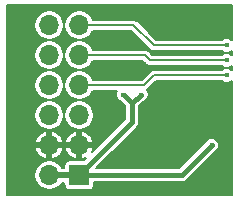
<source format=gbr>
G04 #@! TF.GenerationSoftware,KiCad,Pcbnew,5.1.9+dfsg1-1~bpo10+1*
G04 #@! TF.CreationDate,2022-11-27T17:15:41+01:00*
G04 #@! TF.ProjectId,FLASHTEMP,464c4153-4854-4454-9d50-2e6b69636164,rev?*
G04 #@! TF.SameCoordinates,Original*
G04 #@! TF.FileFunction,Copper,L2,Bot*
G04 #@! TF.FilePolarity,Positive*
%FSLAX46Y46*%
G04 Gerber Fmt 4.6, Leading zero omitted, Abs format (unit mm)*
G04 Created by KiCad (PCBNEW 5.1.9+dfsg1-1~bpo10+1) date 2022-11-27 17:15:41*
%MOMM*%
%LPD*%
G01*
G04 APERTURE LIST*
G04 #@! TA.AperFunction,ComponentPad*
%ADD10R,1.700000X1.700000*%
G04 #@! TD*
G04 #@! TA.AperFunction,ComponentPad*
%ADD11O,1.700000X1.700000*%
G04 #@! TD*
G04 #@! TA.AperFunction,ViaPad*
%ADD12C,0.450000*%
G04 #@! TD*
G04 #@! TA.AperFunction,Conductor*
%ADD13C,0.400000*%
G04 #@! TD*
G04 #@! TA.AperFunction,Conductor*
%ADD14C,0.152400*%
G04 #@! TD*
G04 #@! TA.AperFunction,Conductor*
%ADD15C,0.500000*%
G04 #@! TD*
G04 #@! TA.AperFunction,Conductor*
%ADD16C,0.200000*%
G04 #@! TD*
G04 #@! TA.AperFunction,Conductor*
%ADD17C,0.100000*%
G04 #@! TD*
G04 APERTURE END LIST*
D10*
X101270000Y-56350000D03*
D11*
X98730000Y-56350000D03*
X101270000Y-53810000D03*
X98730000Y-53810000D03*
X101270000Y-51270000D03*
X98730000Y-51270000D03*
X101270000Y-48730000D03*
X98730000Y-48730000D03*
X101270000Y-46190000D03*
X98730000Y-46190000D03*
X101270000Y-43650000D03*
X98730000Y-43650000D03*
D12*
X111275000Y-56975000D03*
X111520000Y-53820000D03*
X108075000Y-57725000D03*
X113750000Y-44095000D03*
X105750000Y-50250000D03*
X106520000Y-49520000D03*
X104980000Y-49520000D03*
X112480000Y-53820000D03*
X113750000Y-45365000D03*
X113750000Y-46635000D03*
X113750000Y-47905000D03*
D13*
X105020000Y-49520000D02*
X105750000Y-50250000D01*
D14*
X104980000Y-49520000D02*
X105020000Y-49520000D01*
D13*
X106480000Y-49520000D02*
X105750000Y-50250000D01*
D14*
X106520000Y-49520000D02*
X106480000Y-49520000D01*
D13*
X105750000Y-51870000D02*
X101270000Y-56350000D01*
X105750000Y-50250000D02*
X105750000Y-51870000D01*
D15*
X98730000Y-56350000D02*
X101270000Y-56350000D01*
D13*
X109950000Y-56350000D02*
X112480000Y-53820000D01*
X101270000Y-56350000D02*
X109950000Y-56350000D01*
D14*
X113750000Y-45365000D02*
X107565000Y-45365000D01*
X105850000Y-43650000D02*
X101270000Y-43650000D01*
X107565000Y-45365000D02*
X105850000Y-43650000D01*
X113750000Y-46635000D02*
X107265000Y-46635000D01*
X106820000Y-46190000D02*
X101270000Y-46190000D01*
X107265000Y-46635000D02*
X106820000Y-46190000D01*
X113750000Y-47905000D02*
X107595000Y-47905000D01*
X106770000Y-48730000D02*
X101270000Y-48730000D01*
X107595000Y-47905000D02*
X106770000Y-48730000D01*
D16*
X114191000Y-44922117D02*
X114148414Y-44879531D01*
X114046048Y-44811132D01*
X113932306Y-44764019D01*
X113811557Y-44740000D01*
X113688443Y-44740000D01*
X113567694Y-44764019D01*
X113453952Y-44811132D01*
X113351586Y-44879531D01*
X113342317Y-44888800D01*
X107762249Y-44888800D01*
X106203266Y-43329818D01*
X106188353Y-43311647D01*
X106115843Y-43252138D01*
X106033116Y-43207920D01*
X105943351Y-43180690D01*
X105873394Y-43173800D01*
X105873386Y-43173800D01*
X105850000Y-43171497D01*
X105826614Y-43173800D01*
X102425741Y-43173800D01*
X102377735Y-43057903D01*
X102240938Y-42853172D01*
X102066828Y-42679062D01*
X101862097Y-42542265D01*
X101634611Y-42448037D01*
X101393114Y-42400000D01*
X101146886Y-42400000D01*
X100905389Y-42448037D01*
X100677903Y-42542265D01*
X100473172Y-42679062D01*
X100299062Y-42853172D01*
X100162265Y-43057903D01*
X100068037Y-43285389D01*
X100020000Y-43526886D01*
X100020000Y-43773114D01*
X100068037Y-44014611D01*
X100162265Y-44242097D01*
X100299062Y-44446828D01*
X100473172Y-44620938D01*
X100677903Y-44757735D01*
X100905389Y-44851963D01*
X101146886Y-44900000D01*
X101393114Y-44900000D01*
X101634611Y-44851963D01*
X101862097Y-44757735D01*
X102066828Y-44620938D01*
X102240938Y-44446828D01*
X102377735Y-44242097D01*
X102425741Y-44126200D01*
X105652752Y-44126200D01*
X107211739Y-45685188D01*
X107226647Y-45703353D01*
X107244812Y-45718261D01*
X107244817Y-45718266D01*
X107289873Y-45755242D01*
X107299157Y-45762862D01*
X107353929Y-45792138D01*
X107381884Y-45807080D01*
X107471648Y-45834310D01*
X107480376Y-45835170D01*
X107541606Y-45841200D01*
X107541613Y-45841200D01*
X107564999Y-45843503D01*
X107588385Y-45841200D01*
X113342317Y-45841200D01*
X113351586Y-45850469D01*
X113453952Y-45918868D01*
X113567694Y-45965981D01*
X113688443Y-45990000D01*
X113811557Y-45990000D01*
X113932306Y-45965981D01*
X114046048Y-45918868D01*
X114148414Y-45850469D01*
X114191000Y-45807883D01*
X114191000Y-46192117D01*
X114148414Y-46149531D01*
X114046048Y-46081132D01*
X113932306Y-46034019D01*
X113811557Y-46010000D01*
X113688443Y-46010000D01*
X113567694Y-46034019D01*
X113453952Y-46081132D01*
X113351586Y-46149531D01*
X113342317Y-46158800D01*
X107462249Y-46158800D01*
X107173265Y-45869817D01*
X107158353Y-45851647D01*
X107085843Y-45792138D01*
X107003116Y-45747920D01*
X106913351Y-45720690D01*
X106843394Y-45713800D01*
X106843386Y-45713800D01*
X106820000Y-45711497D01*
X106796614Y-45713800D01*
X102425741Y-45713800D01*
X102377735Y-45597903D01*
X102240938Y-45393172D01*
X102066828Y-45219062D01*
X101862097Y-45082265D01*
X101634611Y-44988037D01*
X101393114Y-44940000D01*
X101146886Y-44940000D01*
X100905389Y-44988037D01*
X100677903Y-45082265D01*
X100473172Y-45219062D01*
X100299062Y-45393172D01*
X100162265Y-45597903D01*
X100068037Y-45825389D01*
X100020000Y-46066886D01*
X100020000Y-46313114D01*
X100068037Y-46554611D01*
X100162265Y-46782097D01*
X100299062Y-46986828D01*
X100473172Y-47160938D01*
X100677903Y-47297735D01*
X100905389Y-47391963D01*
X101146886Y-47440000D01*
X101393114Y-47440000D01*
X101634611Y-47391963D01*
X101862097Y-47297735D01*
X102066828Y-47160938D01*
X102240938Y-46986828D01*
X102377735Y-46782097D01*
X102425741Y-46666200D01*
X106622752Y-46666200D01*
X106911739Y-46955187D01*
X106926647Y-46973353D01*
X106944812Y-46988261D01*
X106944817Y-46988266D01*
X106989873Y-47025242D01*
X106999157Y-47032862D01*
X107081884Y-47077080D01*
X107171648Y-47104310D01*
X107180376Y-47105170D01*
X107241606Y-47111200D01*
X107241613Y-47111200D01*
X107264999Y-47113503D01*
X107288385Y-47111200D01*
X113342317Y-47111200D01*
X113351586Y-47120469D01*
X113453952Y-47188868D01*
X113567694Y-47235981D01*
X113688443Y-47260000D01*
X113811557Y-47260000D01*
X113932306Y-47235981D01*
X114046048Y-47188868D01*
X114148414Y-47120469D01*
X114191000Y-47077883D01*
X114191000Y-47462117D01*
X114148414Y-47419531D01*
X114046048Y-47351132D01*
X113932306Y-47304019D01*
X113811557Y-47280000D01*
X113688443Y-47280000D01*
X113567694Y-47304019D01*
X113453952Y-47351132D01*
X113351586Y-47419531D01*
X113342317Y-47428800D01*
X107618385Y-47428800D01*
X107594999Y-47426497D01*
X107571613Y-47428800D01*
X107571606Y-47428800D01*
X107510376Y-47434830D01*
X107501648Y-47435690D01*
X107411884Y-47462920D01*
X107329157Y-47507138D01*
X107329155Y-47507139D01*
X107329156Y-47507139D01*
X107274817Y-47551734D01*
X107274812Y-47551739D01*
X107256647Y-47566647D01*
X107241739Y-47584812D01*
X106572752Y-48253800D01*
X102425741Y-48253800D01*
X102377735Y-48137903D01*
X102240938Y-47933172D01*
X102066828Y-47759062D01*
X101862097Y-47622265D01*
X101634611Y-47528037D01*
X101393114Y-47480000D01*
X101146886Y-47480000D01*
X100905389Y-47528037D01*
X100677903Y-47622265D01*
X100473172Y-47759062D01*
X100299062Y-47933172D01*
X100162265Y-48137903D01*
X100068037Y-48365389D01*
X100020000Y-48606886D01*
X100020000Y-48853114D01*
X100068037Y-49094611D01*
X100162265Y-49322097D01*
X100299062Y-49526828D01*
X100473172Y-49700938D01*
X100677903Y-49837735D01*
X100905389Y-49931963D01*
X101146886Y-49980000D01*
X101393114Y-49980000D01*
X101634611Y-49931963D01*
X101862097Y-49837735D01*
X102066828Y-49700938D01*
X102240938Y-49526828D01*
X102377735Y-49322097D01*
X102425741Y-49206200D01*
X104437994Y-49206200D01*
X104426132Y-49223952D01*
X104379019Y-49337694D01*
X104355000Y-49458443D01*
X104355000Y-49581557D01*
X104379019Y-49702306D01*
X104426132Y-49816048D01*
X104494531Y-49918414D01*
X104581586Y-50005469D01*
X104683952Y-50073868D01*
X104754607Y-50103134D01*
X105150000Y-50498528D01*
X105150001Y-51621471D01*
X102368848Y-54402624D01*
X102459780Y-54193325D01*
X102472223Y-54152283D01*
X102410175Y-53960000D01*
X101420000Y-53960000D01*
X101420000Y-54950974D01*
X101612284Y-55012230D01*
X101840251Y-54922353D01*
X101865138Y-54906334D01*
X101673408Y-55098065D01*
X100420000Y-55098065D01*
X100341586Y-55105788D01*
X100266186Y-55128660D01*
X100196697Y-55165803D01*
X100135789Y-55215789D01*
X100085803Y-55276697D01*
X100048660Y-55346186D01*
X100025788Y-55421586D01*
X100018065Y-55500000D01*
X100018065Y-55700000D01*
X99799045Y-55700000D01*
X99700938Y-55553172D01*
X99526828Y-55379062D01*
X99322097Y-55242265D01*
X99094611Y-55148037D01*
X98853114Y-55100000D01*
X98606886Y-55100000D01*
X98365389Y-55148037D01*
X98137903Y-55242265D01*
X97933172Y-55379062D01*
X97759062Y-55553172D01*
X97622265Y-55757903D01*
X97528037Y-55985389D01*
X97480000Y-56226886D01*
X97480000Y-56473114D01*
X97528037Y-56714611D01*
X97622265Y-56942097D01*
X97759062Y-57146828D01*
X97933172Y-57320938D01*
X98137903Y-57457735D01*
X98365389Y-57551963D01*
X98606886Y-57600000D01*
X98853114Y-57600000D01*
X99094611Y-57551963D01*
X99322097Y-57457735D01*
X99526828Y-57320938D01*
X99700938Y-57146828D01*
X99799045Y-57000000D01*
X100018065Y-57000000D01*
X100018065Y-57200000D01*
X100025788Y-57278414D01*
X100048660Y-57353814D01*
X100085803Y-57423303D01*
X100135789Y-57484211D01*
X100196697Y-57534197D01*
X100266186Y-57571340D01*
X100341586Y-57594212D01*
X100420000Y-57601935D01*
X102120000Y-57601935D01*
X102198414Y-57594212D01*
X102273814Y-57571340D01*
X102343303Y-57534197D01*
X102404211Y-57484211D01*
X102454197Y-57423303D01*
X102491340Y-57353814D01*
X102514212Y-57278414D01*
X102521935Y-57200000D01*
X102521935Y-56950000D01*
X109920526Y-56950000D01*
X109950000Y-56952903D01*
X109979474Y-56950000D01*
X110067621Y-56941318D01*
X110180721Y-56907010D01*
X110284955Y-56851296D01*
X110376317Y-56776317D01*
X110395113Y-56753414D01*
X112773680Y-54374849D01*
X112776048Y-54373868D01*
X112878414Y-54305469D01*
X112965469Y-54218414D01*
X113033868Y-54116048D01*
X113080981Y-54002306D01*
X113105000Y-53881557D01*
X113105000Y-53758443D01*
X113080981Y-53637694D01*
X113033868Y-53523952D01*
X112965469Y-53421586D01*
X112878414Y-53334531D01*
X112776048Y-53266132D01*
X112662306Y-53219019D01*
X112541557Y-53195000D01*
X112418443Y-53195000D01*
X112297694Y-53219019D01*
X112183952Y-53266132D01*
X112081586Y-53334531D01*
X111994531Y-53421586D01*
X111926132Y-53523952D01*
X111925151Y-53526320D01*
X109701473Y-55750000D01*
X102718527Y-55750000D01*
X106153419Y-52315109D01*
X106176317Y-52296317D01*
X106251296Y-52204955D01*
X106307010Y-52100721D01*
X106341318Y-51987621D01*
X106350000Y-51899474D01*
X106352903Y-51870000D01*
X106350000Y-51840526D01*
X106350000Y-50498527D01*
X106745394Y-50103133D01*
X106816048Y-50073868D01*
X106918414Y-50005469D01*
X107005469Y-49918414D01*
X107073868Y-49816048D01*
X107120981Y-49702306D01*
X107145000Y-49581557D01*
X107145000Y-49458443D01*
X107120981Y-49337694D01*
X107073868Y-49223952D01*
X107016552Y-49138173D01*
X107035843Y-49127862D01*
X107108353Y-49068353D01*
X107123266Y-49050182D01*
X107792249Y-48381200D01*
X113342317Y-48381200D01*
X113351586Y-48390469D01*
X113453952Y-48458868D01*
X113567694Y-48505981D01*
X113688443Y-48530000D01*
X113811557Y-48530000D01*
X113932306Y-48505981D01*
X114046048Y-48458868D01*
X114148414Y-48390469D01*
X114191000Y-48347883D01*
X114191001Y-58025000D01*
X95141000Y-58025000D01*
X95141000Y-54152283D01*
X97527777Y-54152283D01*
X97540220Y-54193325D01*
X97637864Y-54418074D01*
X97777478Y-54619455D01*
X97953697Y-54789729D01*
X98159749Y-54922353D01*
X98387716Y-55012230D01*
X98580000Y-54950974D01*
X98580000Y-53960000D01*
X98880000Y-53960000D01*
X98880000Y-54950974D01*
X99072284Y-55012230D01*
X99300251Y-54922353D01*
X99506303Y-54789729D01*
X99682522Y-54619455D01*
X99822136Y-54418074D01*
X99919780Y-54193325D01*
X99932223Y-54152283D01*
X100067777Y-54152283D01*
X100080220Y-54193325D01*
X100177864Y-54418074D01*
X100317478Y-54619455D01*
X100493697Y-54789729D01*
X100699749Y-54922353D01*
X100927716Y-55012230D01*
X101120000Y-54950974D01*
X101120000Y-53960000D01*
X100129825Y-53960000D01*
X100067777Y-54152283D01*
X99932223Y-54152283D01*
X99870175Y-53960000D01*
X98880000Y-53960000D01*
X98580000Y-53960000D01*
X97589825Y-53960000D01*
X97527777Y-54152283D01*
X95141000Y-54152283D01*
X95141000Y-53467717D01*
X97527777Y-53467717D01*
X97589825Y-53660000D01*
X98580000Y-53660000D01*
X98580000Y-52669026D01*
X98880000Y-52669026D01*
X98880000Y-53660000D01*
X99870175Y-53660000D01*
X99932223Y-53467717D01*
X100067777Y-53467717D01*
X100129825Y-53660000D01*
X101120000Y-53660000D01*
X101120000Y-52669026D01*
X101420000Y-52669026D01*
X101420000Y-53660000D01*
X102410175Y-53660000D01*
X102472223Y-53467717D01*
X102459780Y-53426675D01*
X102362136Y-53201926D01*
X102222522Y-53000545D01*
X102046303Y-52830271D01*
X101840251Y-52697647D01*
X101612284Y-52607770D01*
X101420000Y-52669026D01*
X101120000Y-52669026D01*
X100927716Y-52607770D01*
X100699749Y-52697647D01*
X100493697Y-52830271D01*
X100317478Y-53000545D01*
X100177864Y-53201926D01*
X100080220Y-53426675D01*
X100067777Y-53467717D01*
X99932223Y-53467717D01*
X99919780Y-53426675D01*
X99822136Y-53201926D01*
X99682522Y-53000545D01*
X99506303Y-52830271D01*
X99300251Y-52697647D01*
X99072284Y-52607770D01*
X98880000Y-52669026D01*
X98580000Y-52669026D01*
X98387716Y-52607770D01*
X98159749Y-52697647D01*
X97953697Y-52830271D01*
X97777478Y-53000545D01*
X97637864Y-53201926D01*
X97540220Y-53426675D01*
X97527777Y-53467717D01*
X95141000Y-53467717D01*
X95141000Y-51146886D01*
X97480000Y-51146886D01*
X97480000Y-51393114D01*
X97528037Y-51634611D01*
X97622265Y-51862097D01*
X97759062Y-52066828D01*
X97933172Y-52240938D01*
X98137903Y-52377735D01*
X98365389Y-52471963D01*
X98606886Y-52520000D01*
X98853114Y-52520000D01*
X99094611Y-52471963D01*
X99322097Y-52377735D01*
X99526828Y-52240938D01*
X99700938Y-52066828D01*
X99837735Y-51862097D01*
X99931963Y-51634611D01*
X99980000Y-51393114D01*
X99980000Y-51146886D01*
X100020000Y-51146886D01*
X100020000Y-51393114D01*
X100068037Y-51634611D01*
X100162265Y-51862097D01*
X100299062Y-52066828D01*
X100473172Y-52240938D01*
X100677903Y-52377735D01*
X100905389Y-52471963D01*
X101146886Y-52520000D01*
X101393114Y-52520000D01*
X101634611Y-52471963D01*
X101862097Y-52377735D01*
X102066828Y-52240938D01*
X102240938Y-52066828D01*
X102377735Y-51862097D01*
X102471963Y-51634611D01*
X102520000Y-51393114D01*
X102520000Y-51146886D01*
X102471963Y-50905389D01*
X102377735Y-50677903D01*
X102240938Y-50473172D01*
X102066828Y-50299062D01*
X101862097Y-50162265D01*
X101634611Y-50068037D01*
X101393114Y-50020000D01*
X101146886Y-50020000D01*
X100905389Y-50068037D01*
X100677903Y-50162265D01*
X100473172Y-50299062D01*
X100299062Y-50473172D01*
X100162265Y-50677903D01*
X100068037Y-50905389D01*
X100020000Y-51146886D01*
X99980000Y-51146886D01*
X99931963Y-50905389D01*
X99837735Y-50677903D01*
X99700938Y-50473172D01*
X99526828Y-50299062D01*
X99322097Y-50162265D01*
X99094611Y-50068037D01*
X98853114Y-50020000D01*
X98606886Y-50020000D01*
X98365389Y-50068037D01*
X98137903Y-50162265D01*
X97933172Y-50299062D01*
X97759062Y-50473172D01*
X97622265Y-50677903D01*
X97528037Y-50905389D01*
X97480000Y-51146886D01*
X95141000Y-51146886D01*
X95141000Y-48606886D01*
X97480000Y-48606886D01*
X97480000Y-48853114D01*
X97528037Y-49094611D01*
X97622265Y-49322097D01*
X97759062Y-49526828D01*
X97933172Y-49700938D01*
X98137903Y-49837735D01*
X98365389Y-49931963D01*
X98606886Y-49980000D01*
X98853114Y-49980000D01*
X99094611Y-49931963D01*
X99322097Y-49837735D01*
X99526828Y-49700938D01*
X99700938Y-49526828D01*
X99837735Y-49322097D01*
X99931963Y-49094611D01*
X99980000Y-48853114D01*
X99980000Y-48606886D01*
X99931963Y-48365389D01*
X99837735Y-48137903D01*
X99700938Y-47933172D01*
X99526828Y-47759062D01*
X99322097Y-47622265D01*
X99094611Y-47528037D01*
X98853114Y-47480000D01*
X98606886Y-47480000D01*
X98365389Y-47528037D01*
X98137903Y-47622265D01*
X97933172Y-47759062D01*
X97759062Y-47933172D01*
X97622265Y-48137903D01*
X97528037Y-48365389D01*
X97480000Y-48606886D01*
X95141000Y-48606886D01*
X95141000Y-46066886D01*
X97480000Y-46066886D01*
X97480000Y-46313114D01*
X97528037Y-46554611D01*
X97622265Y-46782097D01*
X97759062Y-46986828D01*
X97933172Y-47160938D01*
X98137903Y-47297735D01*
X98365389Y-47391963D01*
X98606886Y-47440000D01*
X98853114Y-47440000D01*
X99094611Y-47391963D01*
X99322097Y-47297735D01*
X99526828Y-47160938D01*
X99700938Y-46986828D01*
X99837735Y-46782097D01*
X99931963Y-46554611D01*
X99980000Y-46313114D01*
X99980000Y-46066886D01*
X99931963Y-45825389D01*
X99837735Y-45597903D01*
X99700938Y-45393172D01*
X99526828Y-45219062D01*
X99322097Y-45082265D01*
X99094611Y-44988037D01*
X98853114Y-44940000D01*
X98606886Y-44940000D01*
X98365389Y-44988037D01*
X98137903Y-45082265D01*
X97933172Y-45219062D01*
X97759062Y-45393172D01*
X97622265Y-45597903D01*
X97528037Y-45825389D01*
X97480000Y-46066886D01*
X95141000Y-46066886D01*
X95141000Y-43526886D01*
X97480000Y-43526886D01*
X97480000Y-43773114D01*
X97528037Y-44014611D01*
X97622265Y-44242097D01*
X97759062Y-44446828D01*
X97933172Y-44620938D01*
X98137903Y-44757735D01*
X98365389Y-44851963D01*
X98606886Y-44900000D01*
X98853114Y-44900000D01*
X99094611Y-44851963D01*
X99322097Y-44757735D01*
X99526828Y-44620938D01*
X99700938Y-44446828D01*
X99837735Y-44242097D01*
X99931963Y-44014611D01*
X99980000Y-43773114D01*
X99980000Y-43526886D01*
X99931963Y-43285389D01*
X99837735Y-43057903D01*
X99700938Y-42853172D01*
X99526828Y-42679062D01*
X99322097Y-42542265D01*
X99094611Y-42448037D01*
X98853114Y-42400000D01*
X98606886Y-42400000D01*
X98365389Y-42448037D01*
X98137903Y-42542265D01*
X97933172Y-42679062D01*
X97759062Y-42853172D01*
X97622265Y-43057903D01*
X97528037Y-43285389D01*
X97480000Y-43526886D01*
X95141000Y-43526886D01*
X95141000Y-41975000D01*
X114191000Y-41975000D01*
X114191000Y-44922117D01*
G04 #@! TA.AperFunction,Conductor*
D17*
G36*
X114191000Y-44922117D02*
G01*
X114148414Y-44879531D01*
X114046048Y-44811132D01*
X113932306Y-44764019D01*
X113811557Y-44740000D01*
X113688443Y-44740000D01*
X113567694Y-44764019D01*
X113453952Y-44811132D01*
X113351586Y-44879531D01*
X113342317Y-44888800D01*
X107762249Y-44888800D01*
X106203266Y-43329818D01*
X106188353Y-43311647D01*
X106115843Y-43252138D01*
X106033116Y-43207920D01*
X105943351Y-43180690D01*
X105873394Y-43173800D01*
X105873386Y-43173800D01*
X105850000Y-43171497D01*
X105826614Y-43173800D01*
X102425741Y-43173800D01*
X102377735Y-43057903D01*
X102240938Y-42853172D01*
X102066828Y-42679062D01*
X101862097Y-42542265D01*
X101634611Y-42448037D01*
X101393114Y-42400000D01*
X101146886Y-42400000D01*
X100905389Y-42448037D01*
X100677903Y-42542265D01*
X100473172Y-42679062D01*
X100299062Y-42853172D01*
X100162265Y-43057903D01*
X100068037Y-43285389D01*
X100020000Y-43526886D01*
X100020000Y-43773114D01*
X100068037Y-44014611D01*
X100162265Y-44242097D01*
X100299062Y-44446828D01*
X100473172Y-44620938D01*
X100677903Y-44757735D01*
X100905389Y-44851963D01*
X101146886Y-44900000D01*
X101393114Y-44900000D01*
X101634611Y-44851963D01*
X101862097Y-44757735D01*
X102066828Y-44620938D01*
X102240938Y-44446828D01*
X102377735Y-44242097D01*
X102425741Y-44126200D01*
X105652752Y-44126200D01*
X107211739Y-45685188D01*
X107226647Y-45703353D01*
X107244812Y-45718261D01*
X107244817Y-45718266D01*
X107289873Y-45755242D01*
X107299157Y-45762862D01*
X107353929Y-45792138D01*
X107381884Y-45807080D01*
X107471648Y-45834310D01*
X107480376Y-45835170D01*
X107541606Y-45841200D01*
X107541613Y-45841200D01*
X107564999Y-45843503D01*
X107588385Y-45841200D01*
X113342317Y-45841200D01*
X113351586Y-45850469D01*
X113453952Y-45918868D01*
X113567694Y-45965981D01*
X113688443Y-45990000D01*
X113811557Y-45990000D01*
X113932306Y-45965981D01*
X114046048Y-45918868D01*
X114148414Y-45850469D01*
X114191000Y-45807883D01*
X114191000Y-46192117D01*
X114148414Y-46149531D01*
X114046048Y-46081132D01*
X113932306Y-46034019D01*
X113811557Y-46010000D01*
X113688443Y-46010000D01*
X113567694Y-46034019D01*
X113453952Y-46081132D01*
X113351586Y-46149531D01*
X113342317Y-46158800D01*
X107462249Y-46158800D01*
X107173265Y-45869817D01*
X107158353Y-45851647D01*
X107085843Y-45792138D01*
X107003116Y-45747920D01*
X106913351Y-45720690D01*
X106843394Y-45713800D01*
X106843386Y-45713800D01*
X106820000Y-45711497D01*
X106796614Y-45713800D01*
X102425741Y-45713800D01*
X102377735Y-45597903D01*
X102240938Y-45393172D01*
X102066828Y-45219062D01*
X101862097Y-45082265D01*
X101634611Y-44988037D01*
X101393114Y-44940000D01*
X101146886Y-44940000D01*
X100905389Y-44988037D01*
X100677903Y-45082265D01*
X100473172Y-45219062D01*
X100299062Y-45393172D01*
X100162265Y-45597903D01*
X100068037Y-45825389D01*
X100020000Y-46066886D01*
X100020000Y-46313114D01*
X100068037Y-46554611D01*
X100162265Y-46782097D01*
X100299062Y-46986828D01*
X100473172Y-47160938D01*
X100677903Y-47297735D01*
X100905389Y-47391963D01*
X101146886Y-47440000D01*
X101393114Y-47440000D01*
X101634611Y-47391963D01*
X101862097Y-47297735D01*
X102066828Y-47160938D01*
X102240938Y-46986828D01*
X102377735Y-46782097D01*
X102425741Y-46666200D01*
X106622752Y-46666200D01*
X106911739Y-46955187D01*
X106926647Y-46973353D01*
X106944812Y-46988261D01*
X106944817Y-46988266D01*
X106989873Y-47025242D01*
X106999157Y-47032862D01*
X107081884Y-47077080D01*
X107171648Y-47104310D01*
X107180376Y-47105170D01*
X107241606Y-47111200D01*
X107241613Y-47111200D01*
X107264999Y-47113503D01*
X107288385Y-47111200D01*
X113342317Y-47111200D01*
X113351586Y-47120469D01*
X113453952Y-47188868D01*
X113567694Y-47235981D01*
X113688443Y-47260000D01*
X113811557Y-47260000D01*
X113932306Y-47235981D01*
X114046048Y-47188868D01*
X114148414Y-47120469D01*
X114191000Y-47077883D01*
X114191000Y-47462117D01*
X114148414Y-47419531D01*
X114046048Y-47351132D01*
X113932306Y-47304019D01*
X113811557Y-47280000D01*
X113688443Y-47280000D01*
X113567694Y-47304019D01*
X113453952Y-47351132D01*
X113351586Y-47419531D01*
X113342317Y-47428800D01*
X107618385Y-47428800D01*
X107594999Y-47426497D01*
X107571613Y-47428800D01*
X107571606Y-47428800D01*
X107510376Y-47434830D01*
X107501648Y-47435690D01*
X107411884Y-47462920D01*
X107329157Y-47507138D01*
X107329155Y-47507139D01*
X107329156Y-47507139D01*
X107274817Y-47551734D01*
X107274812Y-47551739D01*
X107256647Y-47566647D01*
X107241739Y-47584812D01*
X106572752Y-48253800D01*
X102425741Y-48253800D01*
X102377735Y-48137903D01*
X102240938Y-47933172D01*
X102066828Y-47759062D01*
X101862097Y-47622265D01*
X101634611Y-47528037D01*
X101393114Y-47480000D01*
X101146886Y-47480000D01*
X100905389Y-47528037D01*
X100677903Y-47622265D01*
X100473172Y-47759062D01*
X100299062Y-47933172D01*
X100162265Y-48137903D01*
X100068037Y-48365389D01*
X100020000Y-48606886D01*
X100020000Y-48853114D01*
X100068037Y-49094611D01*
X100162265Y-49322097D01*
X100299062Y-49526828D01*
X100473172Y-49700938D01*
X100677903Y-49837735D01*
X100905389Y-49931963D01*
X101146886Y-49980000D01*
X101393114Y-49980000D01*
X101634611Y-49931963D01*
X101862097Y-49837735D01*
X102066828Y-49700938D01*
X102240938Y-49526828D01*
X102377735Y-49322097D01*
X102425741Y-49206200D01*
X104437994Y-49206200D01*
X104426132Y-49223952D01*
X104379019Y-49337694D01*
X104355000Y-49458443D01*
X104355000Y-49581557D01*
X104379019Y-49702306D01*
X104426132Y-49816048D01*
X104494531Y-49918414D01*
X104581586Y-50005469D01*
X104683952Y-50073868D01*
X104754607Y-50103134D01*
X105150000Y-50498528D01*
X105150001Y-51621471D01*
X102368848Y-54402624D01*
X102459780Y-54193325D01*
X102472223Y-54152283D01*
X102410175Y-53960000D01*
X101420000Y-53960000D01*
X101420000Y-54950974D01*
X101612284Y-55012230D01*
X101840251Y-54922353D01*
X101865138Y-54906334D01*
X101673408Y-55098065D01*
X100420000Y-55098065D01*
X100341586Y-55105788D01*
X100266186Y-55128660D01*
X100196697Y-55165803D01*
X100135789Y-55215789D01*
X100085803Y-55276697D01*
X100048660Y-55346186D01*
X100025788Y-55421586D01*
X100018065Y-55500000D01*
X100018065Y-55700000D01*
X99799045Y-55700000D01*
X99700938Y-55553172D01*
X99526828Y-55379062D01*
X99322097Y-55242265D01*
X99094611Y-55148037D01*
X98853114Y-55100000D01*
X98606886Y-55100000D01*
X98365389Y-55148037D01*
X98137903Y-55242265D01*
X97933172Y-55379062D01*
X97759062Y-55553172D01*
X97622265Y-55757903D01*
X97528037Y-55985389D01*
X97480000Y-56226886D01*
X97480000Y-56473114D01*
X97528037Y-56714611D01*
X97622265Y-56942097D01*
X97759062Y-57146828D01*
X97933172Y-57320938D01*
X98137903Y-57457735D01*
X98365389Y-57551963D01*
X98606886Y-57600000D01*
X98853114Y-57600000D01*
X99094611Y-57551963D01*
X99322097Y-57457735D01*
X99526828Y-57320938D01*
X99700938Y-57146828D01*
X99799045Y-57000000D01*
X100018065Y-57000000D01*
X100018065Y-57200000D01*
X100025788Y-57278414D01*
X100048660Y-57353814D01*
X100085803Y-57423303D01*
X100135789Y-57484211D01*
X100196697Y-57534197D01*
X100266186Y-57571340D01*
X100341586Y-57594212D01*
X100420000Y-57601935D01*
X102120000Y-57601935D01*
X102198414Y-57594212D01*
X102273814Y-57571340D01*
X102343303Y-57534197D01*
X102404211Y-57484211D01*
X102454197Y-57423303D01*
X102491340Y-57353814D01*
X102514212Y-57278414D01*
X102521935Y-57200000D01*
X102521935Y-56950000D01*
X109920526Y-56950000D01*
X109950000Y-56952903D01*
X109979474Y-56950000D01*
X110067621Y-56941318D01*
X110180721Y-56907010D01*
X110284955Y-56851296D01*
X110376317Y-56776317D01*
X110395113Y-56753414D01*
X112773680Y-54374849D01*
X112776048Y-54373868D01*
X112878414Y-54305469D01*
X112965469Y-54218414D01*
X113033868Y-54116048D01*
X113080981Y-54002306D01*
X113105000Y-53881557D01*
X113105000Y-53758443D01*
X113080981Y-53637694D01*
X113033868Y-53523952D01*
X112965469Y-53421586D01*
X112878414Y-53334531D01*
X112776048Y-53266132D01*
X112662306Y-53219019D01*
X112541557Y-53195000D01*
X112418443Y-53195000D01*
X112297694Y-53219019D01*
X112183952Y-53266132D01*
X112081586Y-53334531D01*
X111994531Y-53421586D01*
X111926132Y-53523952D01*
X111925151Y-53526320D01*
X109701473Y-55750000D01*
X102718527Y-55750000D01*
X106153419Y-52315109D01*
X106176317Y-52296317D01*
X106251296Y-52204955D01*
X106307010Y-52100721D01*
X106341318Y-51987621D01*
X106350000Y-51899474D01*
X106352903Y-51870000D01*
X106350000Y-51840526D01*
X106350000Y-50498527D01*
X106745394Y-50103133D01*
X106816048Y-50073868D01*
X106918414Y-50005469D01*
X107005469Y-49918414D01*
X107073868Y-49816048D01*
X107120981Y-49702306D01*
X107145000Y-49581557D01*
X107145000Y-49458443D01*
X107120981Y-49337694D01*
X107073868Y-49223952D01*
X107016552Y-49138173D01*
X107035843Y-49127862D01*
X107108353Y-49068353D01*
X107123266Y-49050182D01*
X107792249Y-48381200D01*
X113342317Y-48381200D01*
X113351586Y-48390469D01*
X113453952Y-48458868D01*
X113567694Y-48505981D01*
X113688443Y-48530000D01*
X113811557Y-48530000D01*
X113932306Y-48505981D01*
X114046048Y-48458868D01*
X114148414Y-48390469D01*
X114191000Y-48347883D01*
X114191001Y-58025000D01*
X95141000Y-58025000D01*
X95141000Y-54152283D01*
X97527777Y-54152283D01*
X97540220Y-54193325D01*
X97637864Y-54418074D01*
X97777478Y-54619455D01*
X97953697Y-54789729D01*
X98159749Y-54922353D01*
X98387716Y-55012230D01*
X98580000Y-54950974D01*
X98580000Y-53960000D01*
X98880000Y-53960000D01*
X98880000Y-54950974D01*
X99072284Y-55012230D01*
X99300251Y-54922353D01*
X99506303Y-54789729D01*
X99682522Y-54619455D01*
X99822136Y-54418074D01*
X99919780Y-54193325D01*
X99932223Y-54152283D01*
X100067777Y-54152283D01*
X100080220Y-54193325D01*
X100177864Y-54418074D01*
X100317478Y-54619455D01*
X100493697Y-54789729D01*
X100699749Y-54922353D01*
X100927716Y-55012230D01*
X101120000Y-54950974D01*
X101120000Y-53960000D01*
X100129825Y-53960000D01*
X100067777Y-54152283D01*
X99932223Y-54152283D01*
X99870175Y-53960000D01*
X98880000Y-53960000D01*
X98580000Y-53960000D01*
X97589825Y-53960000D01*
X97527777Y-54152283D01*
X95141000Y-54152283D01*
X95141000Y-53467717D01*
X97527777Y-53467717D01*
X97589825Y-53660000D01*
X98580000Y-53660000D01*
X98580000Y-52669026D01*
X98880000Y-52669026D01*
X98880000Y-53660000D01*
X99870175Y-53660000D01*
X99932223Y-53467717D01*
X100067777Y-53467717D01*
X100129825Y-53660000D01*
X101120000Y-53660000D01*
X101120000Y-52669026D01*
X101420000Y-52669026D01*
X101420000Y-53660000D01*
X102410175Y-53660000D01*
X102472223Y-53467717D01*
X102459780Y-53426675D01*
X102362136Y-53201926D01*
X102222522Y-53000545D01*
X102046303Y-52830271D01*
X101840251Y-52697647D01*
X101612284Y-52607770D01*
X101420000Y-52669026D01*
X101120000Y-52669026D01*
X100927716Y-52607770D01*
X100699749Y-52697647D01*
X100493697Y-52830271D01*
X100317478Y-53000545D01*
X100177864Y-53201926D01*
X100080220Y-53426675D01*
X100067777Y-53467717D01*
X99932223Y-53467717D01*
X99919780Y-53426675D01*
X99822136Y-53201926D01*
X99682522Y-53000545D01*
X99506303Y-52830271D01*
X99300251Y-52697647D01*
X99072284Y-52607770D01*
X98880000Y-52669026D01*
X98580000Y-52669026D01*
X98387716Y-52607770D01*
X98159749Y-52697647D01*
X97953697Y-52830271D01*
X97777478Y-53000545D01*
X97637864Y-53201926D01*
X97540220Y-53426675D01*
X97527777Y-53467717D01*
X95141000Y-53467717D01*
X95141000Y-51146886D01*
X97480000Y-51146886D01*
X97480000Y-51393114D01*
X97528037Y-51634611D01*
X97622265Y-51862097D01*
X97759062Y-52066828D01*
X97933172Y-52240938D01*
X98137903Y-52377735D01*
X98365389Y-52471963D01*
X98606886Y-52520000D01*
X98853114Y-52520000D01*
X99094611Y-52471963D01*
X99322097Y-52377735D01*
X99526828Y-52240938D01*
X99700938Y-52066828D01*
X99837735Y-51862097D01*
X99931963Y-51634611D01*
X99980000Y-51393114D01*
X99980000Y-51146886D01*
X100020000Y-51146886D01*
X100020000Y-51393114D01*
X100068037Y-51634611D01*
X100162265Y-51862097D01*
X100299062Y-52066828D01*
X100473172Y-52240938D01*
X100677903Y-52377735D01*
X100905389Y-52471963D01*
X101146886Y-52520000D01*
X101393114Y-52520000D01*
X101634611Y-52471963D01*
X101862097Y-52377735D01*
X102066828Y-52240938D01*
X102240938Y-52066828D01*
X102377735Y-51862097D01*
X102471963Y-51634611D01*
X102520000Y-51393114D01*
X102520000Y-51146886D01*
X102471963Y-50905389D01*
X102377735Y-50677903D01*
X102240938Y-50473172D01*
X102066828Y-50299062D01*
X101862097Y-50162265D01*
X101634611Y-50068037D01*
X101393114Y-50020000D01*
X101146886Y-50020000D01*
X100905389Y-50068037D01*
X100677903Y-50162265D01*
X100473172Y-50299062D01*
X100299062Y-50473172D01*
X100162265Y-50677903D01*
X100068037Y-50905389D01*
X100020000Y-51146886D01*
X99980000Y-51146886D01*
X99931963Y-50905389D01*
X99837735Y-50677903D01*
X99700938Y-50473172D01*
X99526828Y-50299062D01*
X99322097Y-50162265D01*
X99094611Y-50068037D01*
X98853114Y-50020000D01*
X98606886Y-50020000D01*
X98365389Y-50068037D01*
X98137903Y-50162265D01*
X97933172Y-50299062D01*
X97759062Y-50473172D01*
X97622265Y-50677903D01*
X97528037Y-50905389D01*
X97480000Y-51146886D01*
X95141000Y-51146886D01*
X95141000Y-48606886D01*
X97480000Y-48606886D01*
X97480000Y-48853114D01*
X97528037Y-49094611D01*
X97622265Y-49322097D01*
X97759062Y-49526828D01*
X97933172Y-49700938D01*
X98137903Y-49837735D01*
X98365389Y-49931963D01*
X98606886Y-49980000D01*
X98853114Y-49980000D01*
X99094611Y-49931963D01*
X99322097Y-49837735D01*
X99526828Y-49700938D01*
X99700938Y-49526828D01*
X99837735Y-49322097D01*
X99931963Y-49094611D01*
X99980000Y-48853114D01*
X99980000Y-48606886D01*
X99931963Y-48365389D01*
X99837735Y-48137903D01*
X99700938Y-47933172D01*
X99526828Y-47759062D01*
X99322097Y-47622265D01*
X99094611Y-47528037D01*
X98853114Y-47480000D01*
X98606886Y-47480000D01*
X98365389Y-47528037D01*
X98137903Y-47622265D01*
X97933172Y-47759062D01*
X97759062Y-47933172D01*
X97622265Y-48137903D01*
X97528037Y-48365389D01*
X97480000Y-48606886D01*
X95141000Y-48606886D01*
X95141000Y-46066886D01*
X97480000Y-46066886D01*
X97480000Y-46313114D01*
X97528037Y-46554611D01*
X97622265Y-46782097D01*
X97759062Y-46986828D01*
X97933172Y-47160938D01*
X98137903Y-47297735D01*
X98365389Y-47391963D01*
X98606886Y-47440000D01*
X98853114Y-47440000D01*
X99094611Y-47391963D01*
X99322097Y-47297735D01*
X99526828Y-47160938D01*
X99700938Y-46986828D01*
X99837735Y-46782097D01*
X99931963Y-46554611D01*
X99980000Y-46313114D01*
X99980000Y-46066886D01*
X99931963Y-45825389D01*
X99837735Y-45597903D01*
X99700938Y-45393172D01*
X99526828Y-45219062D01*
X99322097Y-45082265D01*
X99094611Y-44988037D01*
X98853114Y-44940000D01*
X98606886Y-44940000D01*
X98365389Y-44988037D01*
X98137903Y-45082265D01*
X97933172Y-45219062D01*
X97759062Y-45393172D01*
X97622265Y-45597903D01*
X97528037Y-45825389D01*
X97480000Y-46066886D01*
X95141000Y-46066886D01*
X95141000Y-43526886D01*
X97480000Y-43526886D01*
X97480000Y-43773114D01*
X97528037Y-44014611D01*
X97622265Y-44242097D01*
X97759062Y-44446828D01*
X97933172Y-44620938D01*
X98137903Y-44757735D01*
X98365389Y-44851963D01*
X98606886Y-44900000D01*
X98853114Y-44900000D01*
X99094611Y-44851963D01*
X99322097Y-44757735D01*
X99526828Y-44620938D01*
X99700938Y-44446828D01*
X99837735Y-44242097D01*
X99931963Y-44014611D01*
X99980000Y-43773114D01*
X99980000Y-43526886D01*
X99931963Y-43285389D01*
X99837735Y-43057903D01*
X99700938Y-42853172D01*
X99526828Y-42679062D01*
X99322097Y-42542265D01*
X99094611Y-42448037D01*
X98853114Y-42400000D01*
X98606886Y-42400000D01*
X98365389Y-42448037D01*
X98137903Y-42542265D01*
X97933172Y-42679062D01*
X97759062Y-42853172D01*
X97622265Y-43057903D01*
X97528037Y-43285389D01*
X97480000Y-43526886D01*
X95141000Y-43526886D01*
X95141000Y-41975000D01*
X114191000Y-41975000D01*
X114191000Y-44922117D01*
G37*
G04 #@! TD.AperFunction*
M02*

</source>
